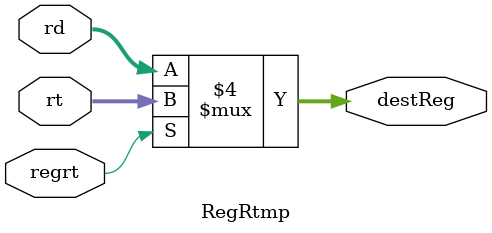
<source format=v>
`timescale 1ns / 1ps
module RegRtmp(
    input [4:0] rt,
    input [4:0] rd,
    input regrt,
    output reg [4:0] destReg);
    always @(*) begin 
        if (regrt == 1'b0)
            destReg = rd;
        else
            destReg = rt;
    end
endmodule

</source>
